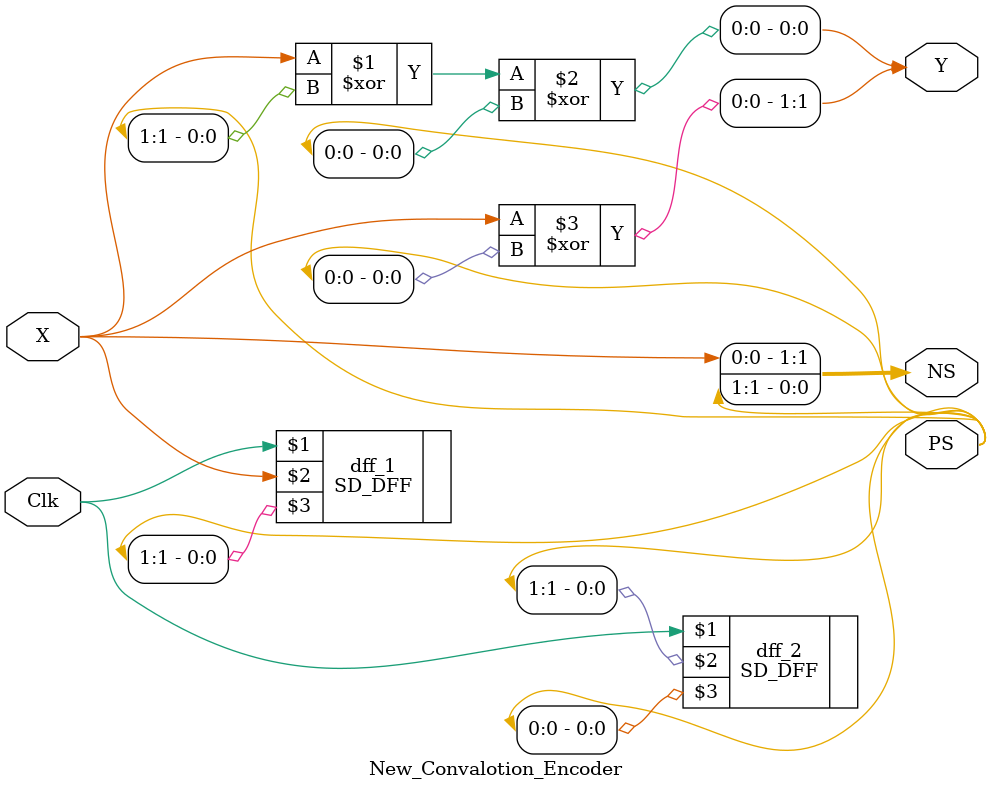
<source format=v>
module New_Convalotion_Encoder(Clk,X,PS,NS,Y);
  input X;
  input Clk;
  output [1:0]PS;
  output [1:0]NS;
  output [1:0]Y;
  
  SD_DFF dff_1 (Clk,X,PS[1]);
  SD_DFF dff_2 (Clk,PS[1],PS[0]);
  
  assign Y[0]=X^PS[1]^PS[0];
  assign Y[1]=X^PS[0];
  
  assign NS={X,PS[1]};
  
endmodule
</source>
